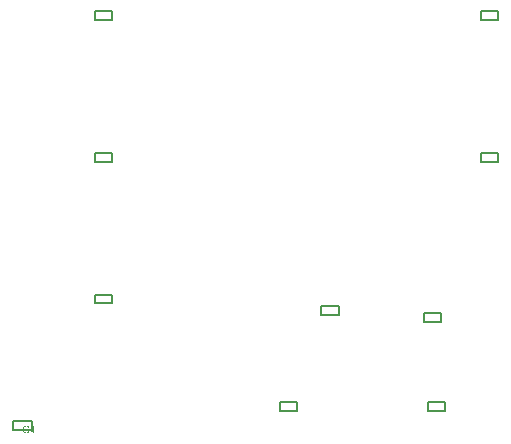
<source format=gbr>
G04*
G04 #@! TF.GenerationSoftware,Altium Limited,Altium Designer,23.8.1 (32)*
G04*
G04 Layer_Color=32768*
%FSLAX44Y44*%
%MOMM*%
G71*
G04*
G04 #@! TF.SameCoordinates,4E8033DB-9698-49A7-8747-1B8CF0FAEC2F*
G04*
G04*
G04 #@! TF.FilePolarity,Positive*
G04*
G01*
G75*
%ADD12C,0.2000*%
G36*
X73190Y79991D02*
X73365Y79972D01*
X73532Y79954D01*
X73689Y79917D01*
X73837Y79871D01*
X73976Y79824D01*
X74105Y79778D01*
X74225Y79723D01*
X74327Y79676D01*
X74429Y79630D01*
X74503Y79584D01*
X74577Y79538D01*
X74623Y79501D01*
X74669Y79482D01*
X74687Y79464D01*
X74697Y79455D01*
X74826Y79344D01*
X74937Y79233D01*
X75039Y79103D01*
X75140Y78974D01*
X75307Y78715D01*
X75436Y78456D01*
X75492Y78336D01*
X75538Y78225D01*
X75575Y78123D01*
X75603Y78040D01*
X75630Y77966D01*
X75649Y77911D01*
X75658Y77874D01*
Y77864D01*
X74808Y77652D01*
X74771Y77800D01*
X74724Y77938D01*
X74678Y78068D01*
X74632Y78188D01*
X74577Y78299D01*
X74521Y78391D01*
X74456Y78484D01*
X74401Y78567D01*
X74355Y78641D01*
X74299Y78696D01*
X74253Y78752D01*
X74216Y78798D01*
X74179Y78826D01*
X74151Y78854D01*
X74142Y78863D01*
X74133Y78872D01*
X74040Y78946D01*
X73938Y79001D01*
X73735Y79103D01*
X73541Y79177D01*
X73347Y79223D01*
X73180Y79260D01*
X73116Y79270D01*
X73051D01*
X72996Y79279D01*
X72931D01*
X72718Y79270D01*
X72515Y79233D01*
X72330Y79187D01*
X72163Y79131D01*
X72034Y79075D01*
X71978Y79048D01*
X71932Y79029D01*
X71895Y79011D01*
X71867Y78992D01*
X71849Y78983D01*
X71840D01*
X71664Y78854D01*
X71516Y78715D01*
X71387Y78558D01*
X71285Y78410D01*
X71202Y78280D01*
X71146Y78169D01*
X71128Y78123D01*
X71109Y78095D01*
X71100Y78077D01*
Y78068D01*
X71026Y77827D01*
X70971Y77587D01*
X70924Y77347D01*
X70897Y77125D01*
X70887Y77023D01*
X70878Y76930D01*
Y76847D01*
X70869Y76783D01*
Y76727D01*
Y76681D01*
Y76653D01*
Y76644D01*
X70878Y76403D01*
X70897Y76182D01*
X70934Y75978D01*
X70971Y75793D01*
X70998Y75636D01*
X71017Y75571D01*
X71035Y75516D01*
X71045Y75470D01*
X71054Y75442D01*
X71063Y75423D01*
Y75414D01*
X71156Y75202D01*
X71257Y75007D01*
X71368Y74850D01*
X71488Y74712D01*
X71590Y74601D01*
X71673Y74527D01*
X71738Y74480D01*
X71747Y74462D01*
X71757D01*
X71951Y74342D01*
X72163Y74249D01*
X72367Y74185D01*
X72561Y74148D01*
X72737Y74120D01*
X72811Y74111D01*
X72875D01*
X72922Y74101D01*
X72996D01*
X73227Y74111D01*
X73439Y74148D01*
X73615Y74203D01*
X73772Y74259D01*
X73892Y74323D01*
X73985Y74370D01*
X74040Y74406D01*
X74059Y74425D01*
X74207Y74564D01*
X74345Y74721D01*
X74456Y74887D01*
X74549Y75054D01*
X74623Y75202D01*
X74650Y75276D01*
X74669Y75331D01*
X74687Y75377D01*
X74706Y75414D01*
X74715Y75433D01*
Y75442D01*
X75547Y75248D01*
X75492Y75081D01*
X75436Y74934D01*
X75362Y74795D01*
X75298Y74656D01*
X75224Y74536D01*
X75140Y74425D01*
X75066Y74314D01*
X74992Y74222D01*
X74918Y74148D01*
X74854Y74074D01*
X74789Y74009D01*
X74743Y73963D01*
X74697Y73917D01*
X74660Y73889D01*
X74641Y73879D01*
X74632Y73870D01*
X74503Y73787D01*
X74373Y73704D01*
X74244Y73639D01*
X74105Y73584D01*
X73828Y73500D01*
X73578Y73445D01*
X73458Y73417D01*
X73356Y73408D01*
X73254Y73399D01*
X73171Y73390D01*
X73106Y73380D01*
X73014D01*
X72709Y73399D01*
X72413Y73445D01*
X72154Y73500D01*
X72034Y73537D01*
X71923Y73574D01*
X71821Y73611D01*
X71729Y73648D01*
X71655Y73676D01*
X71581Y73704D01*
X71535Y73732D01*
X71498Y73750D01*
X71470Y73759D01*
X71461Y73769D01*
X71211Y73926D01*
X70998Y74111D01*
X70813Y74296D01*
X70656Y74480D01*
X70536Y74647D01*
X70490Y74721D01*
X70453Y74786D01*
X70416Y74832D01*
X70397Y74869D01*
X70388Y74896D01*
X70379Y74906D01*
X70250Y75192D01*
X70157Y75488D01*
X70092Y75784D01*
X70046Y76052D01*
X70028Y76172D01*
X70018Y76293D01*
X70009Y76385D01*
Y76477D01*
X70000Y76542D01*
Y76598D01*
Y76635D01*
Y76644D01*
X70018Y76977D01*
X70055Y77300D01*
X70102Y77587D01*
X70139Y77726D01*
X70166Y77846D01*
X70194Y77957D01*
X70231Y78059D01*
X70259Y78151D01*
X70277Y78225D01*
X70305Y78280D01*
X70314Y78327D01*
X70333Y78354D01*
Y78364D01*
X70471Y78641D01*
X70629Y78891D01*
X70795Y79103D01*
X70878Y79187D01*
X70952Y79270D01*
X71026Y79344D01*
X71100Y79408D01*
X71165Y79464D01*
X71220Y79501D01*
X71257Y79538D01*
X71294Y79566D01*
X71313Y79575D01*
X71322Y79584D01*
X71451Y79658D01*
X71581Y79723D01*
X71858Y79824D01*
X72136Y79898D01*
X72404Y79945D01*
X72533Y79963D01*
X72644Y79982D01*
X72746Y79991D01*
X72829D01*
X72903Y80000D01*
X73005D01*
X73190Y79991D01*
D02*
G37*
G36*
X79338Y73463D02*
X78829D01*
X78737Y73621D01*
X78635Y73769D01*
X78515Y73917D01*
X78404Y74046D01*
X78293Y74157D01*
X78210Y74249D01*
X78173Y74277D01*
X78145Y74305D01*
X78136Y74314D01*
X78127Y74323D01*
X77933Y74480D01*
X77738Y74628D01*
X77554Y74758D01*
X77369Y74859D01*
X77211Y74952D01*
X77147Y74989D01*
X77091Y75017D01*
X77045Y75044D01*
X77008Y75054D01*
X76990Y75072D01*
X76980D01*
Y75830D01*
X77119Y75775D01*
X77258Y75710D01*
X77396Y75645D01*
X77526Y75581D01*
X77637Y75525D01*
X77729Y75479D01*
X77785Y75442D01*
X77794Y75433D01*
X77803D01*
X77970Y75331D01*
X78117Y75229D01*
X78247Y75137D01*
X78349Y75054D01*
X78441Y74989D01*
X78497Y74934D01*
X78543Y74896D01*
X78552Y74887D01*
Y79889D01*
X79338D01*
Y73463D01*
D02*
G37*
D12*
X322635Y180937D02*
X337360D01*
X322635Y173437D02*
Y180937D01*
Y173437D02*
X337360D01*
Y180937D01*
X62000Y76000D02*
X78000D01*
Y84000D01*
X62000D02*
X78000D01*
X62000Y76000D02*
Y84000D01*
X412638Y100250D02*
X427362D01*
X412638Y92750D02*
Y100250D01*
Y92750D02*
X427362D01*
Y100250D01*
X287638D02*
X302362D01*
X287638Y92750D02*
Y100250D01*
Y92750D02*
X302362D01*
Y100250D01*
X457638Y303370D02*
Y310870D01*
X472362D01*
Y303370D02*
Y310870D01*
X457638Y303370D02*
X472362D01*
X130738Y423370D02*
X145462D01*
Y430870D01*
X130738D02*
X145462D01*
X130738Y423370D02*
Y430870D01*
Y303370D02*
Y310870D01*
X145462D01*
Y303370D02*
Y310870D01*
X130738Y303370D02*
X145462D01*
X424362Y167430D02*
Y174930D01*
X409638Y167430D02*
X424362D01*
X409638D02*
Y174930D01*
X424362D01*
X130738Y183370D02*
Y190870D01*
X145462D01*
Y183370D02*
Y190870D01*
X130738Y183370D02*
X145462D01*
X457638Y423370D02*
Y430870D01*
X472362D01*
Y423370D02*
Y430870D01*
X457638Y423370D02*
X472362D01*
M02*

</source>
